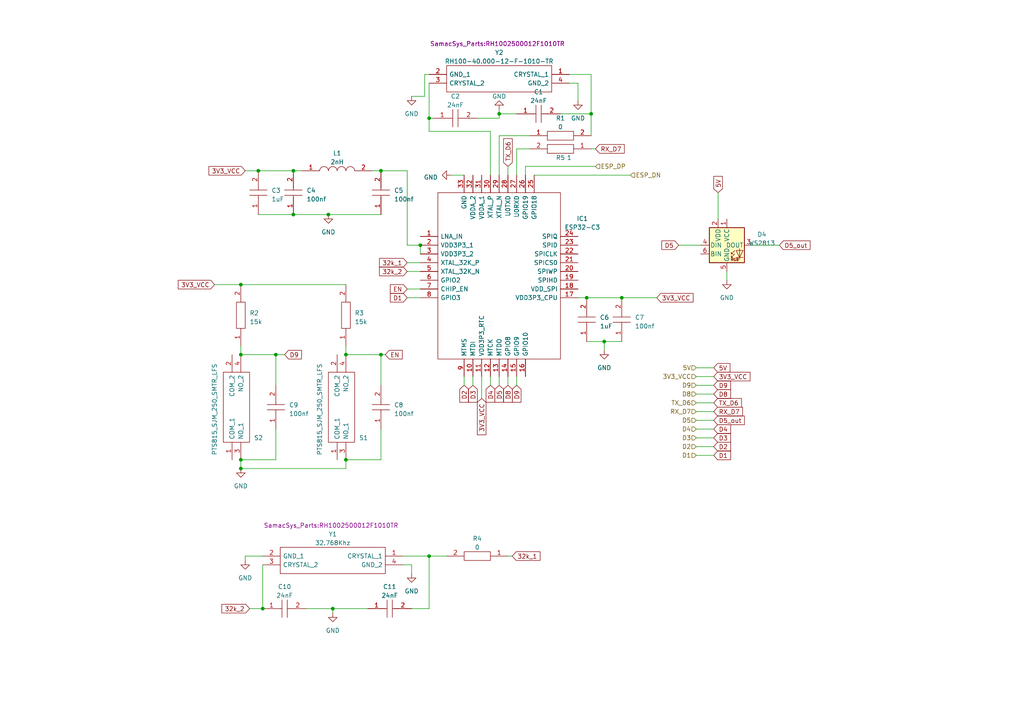
<source format=kicad_sch>
(kicad_sch (version 20230121) (generator eeschema)
  (paper "A4")
  (lib_symbols
    (symbol "LED:WS2813" (pin_names (offset 0.254))
      (property "Reference" "D" (at 5.08 5.715 0))
      (property "Value" "WS2813" (at 1.27 -5.715 0))
      (symbol "WS2813_0_0"
        (text "RGB" (at 2.286 -4.191 0) (effects (font (size 0.762 0.762))))
      )
      (symbol "WS2813_0_1"
        (polyline (pts (xy 1.27 -3.556) (xy 1.778 -3.556)))
        (polyline (pts (xy 1.27 -2.54) (xy 1.778 -2.54)))
        (polyline (pts (xy 4.699 -3.556) (xy 2.667 -3.556)))
        (polyline (pts (xy 2.286 -2.54) (xy 1.27 -3.556) (xy 1.27 -3.048)))
        (polyline (pts (xy 2.286 -1.524) (xy 1.27 -2.54) (xy 1.27 -2.032)))
        (polyline (pts (xy 3.683 -1.016) (xy 3.683 -3.556) (xy 3.683 -4.064)))
        (polyline (pts (xy 4.699 -1.524) (xy 2.667 -1.524) (xy 3.683 -3.556) (xy 4.699 -1.524)))
        (rectangle (start 5.08 5.08) (end -5.08 -5.08) (stroke (width 0.254)) (fill (type background)))
      )
      (symbol "WS2813_1_1"
        (pin power_in line (at 0 7.62 270) (length 2.54) (name "VCC") (number "1"))
        (pin power_in line (at -2.54 7.62 270) (length 2.54) (name "VDD") (number "2"))
        (pin output line (at 7.62 0 180) (length 2.54) (name "DOUT") (number "3"))
        (pin input line (at -7.62 0 0) (length 2.54) (name "DIN") (number "4"))
        (pin power_in line (at 0 -7.62 90) (length 2.54) (name "GND") (number "5"))
        (pin input line (at -7.62 -2.54 0) (length 2.54) (name "BIN") (number "6"))
      )
    )
    (symbol "SamacSys_Parts:0402B102K500NT" (pin_names (offset 0.762))
      (property "Reference" "C" (at 8.89 6.35 0))
      (property "Value" "0402B102K500NT" (at 8.89 3.81 0))
      (symbol "0402B102K500NT_0_0"
        (pin passive line (at 0 0 0) (length 5.08) (name "~") (number "1"))
        (pin passive line (at 12.7 0 180) (length 5.08) (name "~") (number "2"))
      )
      (symbol "0402B102K500NT_0_1"
        (polyline (pts (xy 5.08 0) (xy 5.588 0)) (stroke (width 0.1524)))
        (polyline (pts (xy 5.588 2.54) (xy 5.588 -2.54)) (stroke (width 0.1524)))
        (polyline (pts (xy 7.112 0) (xy 7.62 0)) (stroke (width 0.1524)))
        (polyline (pts (xy 7.112 2.54) (xy 7.112 -2.54)) (stroke (width 0.1524)))
      )
    )
    (symbol "SamacSys_Parts:ESP32-C3" (pin_names (offset 0.762))
      (property "Reference" "IC" (at 41.91 17.78 0))
      (property "Value" "ESP32-C3" (at 41.91 15.24 0))
      (symbol "ESP32-C3_0_0"
        (pin passive line (at 0 0 0) (length 5.08) (name "LNA_IN") (number "1"))
        (pin passive line (at 15.24 -40.64 90) (length 5.08) (name "MTDI") (number "10"))
        (pin passive line (at 17.78 -40.64 90) (length 5.08) (name "VDD3P3_RTC") (number "11"))
        (pin passive line (at 20.32 -40.64 90) (length 5.08) (name "MTCK") (number "12"))
        (pin passive line (at 22.86 -40.64 90) (length 5.08) (name "MTDO") (number "13"))
        (pin passive line (at 25.4 -40.64 90) (length 5.08) (name "GPIO8") (number "14"))
        (pin passive line (at 27.94 -40.64 90) (length 5.08) (name "GPIO9") (number "15"))
        (pin passive line (at 30.48 -40.64 90) (length 5.08) (name "GPIO10") (number "16"))
        (pin passive line (at 45.72 -17.78 180) (length 5.08) (name "VDD3P3_CPU") (number "17"))
        (pin passive line (at 45.72 -15.24 180) (length 5.08) (name "VDD_SPI") (number "18"))
        (pin passive line (at 45.72 -12.7 180) (length 5.08) (name "SPIHD") (number "19"))
        (pin passive line (at 0 -2.54 0) (length 5.08) (name "VDD3P3_1") (number "2"))
        (pin passive line (at 45.72 -10.16 180) (length 5.08) (name "SPIWP") (number "20"))
        (pin passive line (at 45.72 -7.62 180) (length 5.08) (name "SPICS0") (number "21"))
        (pin passive line (at 45.72 -5.08 180) (length 5.08) (name "SPICLK") (number "22"))
        (pin passive line (at 45.72 -2.54 180) (length 5.08) (name "SPID") (number "23"))
        (pin passive line (at 45.72 0 180) (length 5.08) (name "SPIQ") (number "24"))
        (pin passive line (at 33.02 17.78 270) (length 5.08) (name "GPIO18") (number "25"))
        (pin passive line (at 30.48 17.78 270) (length 5.08) (name "GPIO19") (number "26"))
        (pin passive line (at 27.94 17.78 270) (length 5.08) (name "U0RXD") (number "27"))
        (pin passive line (at 25.4 17.78 270) (length 5.08) (name "U0TXD") (number "28"))
        (pin passive line (at 22.86 17.78 270) (length 5.08) (name "XTAL_N") (number "29"))
        (pin passive line (at 0 -5.08 0) (length 5.08) (name "VDD3P3_2") (number "3"))
        (pin passive line (at 20.32 17.78 270) (length 5.08) (name "XTAL_P") (number "30"))
        (pin passive line (at 17.78 17.78 270) (length 5.08) (name "VDDA_1") (number "31"))
        (pin passive line (at 15.24 17.78 270) (length 5.08) (name "VDDA_2") (number "32"))
        (pin passive line (at 12.7 17.78 270) (length 5.08) (name "GND") (number "33"))
        (pin passive line (at 0 -7.62 0) (length 5.08) (name "XTAL_32K_P") (number "4"))
        (pin passive line (at 0 -10.16 0) (length 5.08) (name "XTAL_32K_N") (number "5"))
        (pin passive line (at 0 -12.7 0) (length 5.08) (name "GPIO2") (number "6"))
        (pin passive line (at 0 -15.24 0) (length 5.08) (name "CHIP_EN") (number "7"))
        (pin passive line (at 0 -17.78 0) (length 5.08) (name "GPIO3") (number "8"))
        (pin passive line (at 12.7 -40.64 90) (length 5.08) (name "MTMS") (number "9"))
      )
      (symbol "ESP32-C3_0_1"
        (polyline (pts (xy 5.08 12.7) (xy 40.64 12.7) (xy 40.64 -35.56) (xy 5.08 -35.56) (xy 5.08 12.7)) (stroke (width 0.1524)))
      )
    )
    (symbol "SamacSys_Parts:LQG15HN2N0S02D" (pin_names (offset 0.762))
      (property "Reference" "L" (at 16.51 6.35 0))
      (property "Value" "LQG15HN2N0S02D" (at 16.51 3.81 0))
      (symbol "LQG15HN2N0S02D_0_0"
        (pin passive line (at 0 0 0) (length 5.08) (name "~") (number "1"))
        (pin passive line (at 20.32 0 180) (length 5.08) (name "~") (number "2"))
      )
      (symbol "LQG15HN2N0S02D_0_1"
        (arc (start 7.62 0) (mid 6.35 1.2202) (end 5.08 0) (stroke (width 0.1524)))
        (arc (start 10.16 0) (mid 8.89 1.2202) (end 7.62 0) (stroke (width 0.1524)))
        (arc (start 12.7 0) (mid 11.43 1.2202) (end 10.16 0) (stroke (width 0.1524)))
        (arc (start 15.24 0) (mid 13.97 1.2202) (end 12.7 0) (stroke (width 0.1524)))
      )
    )
    (symbol "SamacSys_Parts:PTS815_SJM_250_SMTR_LFS" (pin_names (offset 0.762))
      (property "Reference" "S" (at 26.67 7.62 0))
      (property "Value" "PTS815_SJM_250_SMTR_LFS" (at 26.67 5.08 0))
      (symbol "PTS815_SJM_250_SMTR_LFS_0_0"
        (pin passive line (at 0 0 0) (length 5.08) (name "COM_1") (number "1"))
        (pin passive line (at 30.48 0 180) (length 5.08) (name "COM_2") (number "2"))
        (pin passive line (at 0 -2.54 0) (length 5.08) (name "NO_1") (number "3"))
        (pin passive line (at 30.48 -2.54 180) (length 5.08) (name "NO_2") (number "4"))
      )
      (symbol "PTS815_SJM_250_SMTR_LFS_0_1"
        (polyline (pts (xy 5.08 2.54) (xy 25.4 2.54) (xy 25.4 -5.08) (xy 5.08 -5.08) (xy 5.08 2.54)) (stroke (width 0.1524)))
      )
    )
    (symbol "SamacSys_Parts:RH100-25.000-12-F-1010-TR" (pin_names (offset 0.762))
      (property "Reference" "Y" (at 36.83 7.62 0))
      (property "Value" "RH100-25.000-12-F-1010-TR" (at 36.83 5.08 0))
      (symbol "RH100-25.000-12-F-1010-TR_0_0"
        (pin passive line (at 0 -2.54 0) (length 5.08) (name "CRYSTAL_1") (number "1"))
        (pin passive line (at 40.64 -2.54 180) (length 5.08) (name "GND_1") (number "2"))
        (pin passive line (at 40.64 0 180) (length 5.08) (name "CRYSTAL_2") (number "3"))
        (pin passive line (at 0 0 0) (length 5.08) (name "GND_2") (number "4"))
      )
      (symbol "RH100-25.000-12-F-1010-TR_0_1"
        (polyline (pts (xy 5.08 2.54) (xy 35.56 2.54) (xy 35.56 -5.08) (xy 5.08 -5.08) (xy 5.08 2.54)) (stroke (width 0.1524)))
      )
    )
    (symbol "SamacSys_Parts:RMCF0603ZT0R00" (pin_names (offset 0.762))
      (property "Reference" "R" (at 13.97 6.35 0))
      (property "Value" "RMCF0603ZT0R00" (at 13.97 3.81 0))
      (symbol "RMCF0603ZT0R00_0_0"
        (pin passive line (at 0 0 0) (length 5.08) (name "~") (number "1"))
        (pin passive line (at 17.78 0 180) (length 5.08) (name "~") (number "2"))
      )
      (symbol "RMCF0603ZT0R00_0_1"
        (polyline (pts (xy 5.08 1.27) (xy 12.7 1.27) (xy 12.7 -1.27) (xy 5.08 -1.27) (xy 5.08 1.27)) (stroke (width 0.1524)))
      )
    )
    (symbol "power:GND" (power) (pin_names (offset 0))
      (property "Value" "GND" (at 0 -3.81 0))
      (symbol "GND_0_1"
        (polyline (pts (xy 0 0) (xy 0 -1.27) (xy 1.27 -1.27) (xy 0 -2.54) (xy -1.27 -1.27) (xy 0 -1.27)))
      )
      (symbol "GND_1_1"
        (pin power_in line (at 0 0 270) (length 0) hide (name "GND") (number "1"))
      )
    )
  )
  (junction (at 69.85 135.89))
  (junction (at 121.92 71.12))
  (junction (at 100.33 133.35))
  (junction (at 124.46 161.29))
  (junction (at 74.93 49.53))
  (junction (at 180.34 86.36))
  (junction (at 110.49 102.87))
  (junction (at 171.45 33.02))
  (junction (at 95.25 62.23))
  (junction (at 110.49 49.53))
  (junction (at 69.85 82.55))
  (junction (at 175.26 99.06))
  (junction (at 96.52 176.53))
  (junction (at 100.33 102.87))
  (junction (at 170.18 86.36))
  (junction (at 80.01 102.87))
  (junction (at 69.85 102.87))
  (junction (at 69.85 133.35))
  (junction (at 144.78 33.02))
  (junction (at 124.46 34.29))
  (junction (at 85.09 62.23))
  (junction (at 76.2 176.53))
  (junction (at 85.09 49.53))
  (wire (pts (xy 123.19 27.94) (xy 119.38 27.94)))
  (wire (pts (xy 118.11 49.53) (xy 118.11 71.12)))
  (wire (pts (xy 124.46 24.13) (xy 124.46 34.29)))
  (wire (pts (xy 201.93 114.3) (xy 207.01 114.3)))
  (wire (pts (xy 218.44 71.12) (xy 226.06 71.12)))
  (wire (pts (xy 201.93 111.76) (xy 207.01 111.76)))
  (wire (pts (xy 110.49 49.53) (xy 118.11 49.53)))
  (wire (pts (xy 142.24 109.22) (xy 142.24 111.76)))
  (wire (pts (xy 80.01 102.87) (xy 82.55 102.87)))
  (wire (pts (xy 118.11 78.74) (xy 121.92 78.74)))
  (wire (pts (xy 149.86 43.18) (xy 149.86 50.8)))
  (wire (pts (xy 144.78 39.37) (xy 153.67 39.37)))
  (wire (pts (xy 69.85 100.33) (xy 69.85 102.87)))
  (wire (pts (xy 171.45 43.18) (xy 172.72 43.18)))
  (wire (pts (xy 152.4 50.8) (xy 152.4 48.26)))
  (wire (pts (xy 62.23 82.55) (xy 69.85 82.55)))
  (wire (pts (xy 149.86 43.18) (xy 153.67 43.18)))
  (wire (pts (xy 88.9 176.53) (xy 96.52 176.53)))
  (wire (pts (xy 175.26 99.06) (xy 180.34 99.06)))
  (wire (pts (xy 124.46 161.29) (xy 124.46 176.53)))
  (wire (pts (xy 95.25 62.23) (xy 110.49 62.23)))
  (wire (pts (xy 201.93 129.54) (xy 207.01 129.54)))
  (wire (pts (xy 85.09 62.23) (xy 95.25 62.23)))
  (wire (pts (xy 144.78 33.02) (xy 149.86 33.02)))
  (wire (pts (xy 138.43 34.29) (xy 144.78 34.29)))
  (wire (pts (xy 100.33 133.35) (xy 110.49 133.35)))
  (wire (pts (xy 85.09 49.53) (xy 87.63 49.53)))
  (wire (pts (xy 80.01 102.87) (xy 69.85 102.87)))
  (wire (pts (xy 134.62 109.22) (xy 134.62 111.76)))
  (wire (pts (xy 154.94 50.8) (xy 182.88 50.8)))
  (wire (pts (xy 210.82 78.74) (xy 210.82 81.28)))
  (wire (pts (xy 96.52 176.53) (xy 106.68 176.53)))
  (wire (pts (xy 170.18 99.06) (xy 175.26 99.06)))
  (wire (pts (xy 118.11 71.12) (xy 121.92 71.12)))
  (wire (pts (xy 201.93 116.84) (xy 207.01 116.84)))
  (wire (pts (xy 74.93 62.23) (xy 85.09 62.23)))
  (wire (pts (xy 162.56 33.02) (xy 171.45 33.02)))
  (wire (pts (xy 147.32 48.26) (xy 147.32 50.8)))
  (wire (pts (xy 196.85 71.12) (xy 203.2 71.12)))
  (wire (pts (xy 96.52 176.53) (xy 96.52 177.8)))
  (wire (pts (xy 80.01 133.35) (xy 69.85 133.35)))
  (wire (pts (xy 130.81 50.8) (xy 134.62 50.8)))
  (wire (pts (xy 74.93 49.53) (xy 85.09 49.53)))
  (wire (pts (xy 201.93 109.22) (xy 207.01 109.22)))
  (wire (pts (xy 201.93 121.92) (xy 207.01 121.92)))
  (wire (pts (xy 110.49 133.35) (xy 110.49 124.46)))
  (wire (pts (xy 124.46 176.53) (xy 119.38 176.53)))
  (wire (pts (xy 149.86 109.22) (xy 149.86 111.76)))
  (wire (pts (xy 69.85 135.89) (xy 100.33 135.89)))
  (wire (pts (xy 201.93 106.68) (xy 207.01 106.68)))
  (wire (pts (xy 175.26 99.06) (xy 175.26 101.6)))
  (wire (pts (xy 144.78 33.02) (xy 144.78 34.29)))
  (wire (pts (xy 170.18 86.36) (xy 180.34 86.36)))
  (wire (pts (xy 116.84 161.29) (xy 124.46 161.29)))
  (wire (pts (xy 107.95 49.53) (xy 110.49 49.53)))
  (wire (pts (xy 124.46 161.29) (xy 129.54 161.29)))
  (wire (pts (xy 80.01 111.76) (xy 80.01 102.87)))
  (wire (pts (xy 167.64 86.36) (xy 170.18 86.36)))
  (wire (pts (xy 119.38 166.37) (xy 119.38 163.83)))
  (wire (pts (xy 80.01 124.46) (xy 80.01 133.35)))
  (wire (pts (xy 76.2 163.83) (xy 76.2 176.53)))
  (wire (pts (xy 72.39 176.53) (xy 76.2 176.53)))
  (wire (pts (xy 71.12 161.29) (xy 71.12 162.56)))
  (wire (pts (xy 69.85 82.55) (xy 100.33 82.55)))
  (wire (pts (xy 110.49 111.76) (xy 110.49 102.87)))
  (wire (pts (xy 147.32 161.29) (xy 148.59 161.29)))
  (wire (pts (xy 118.11 83.82) (xy 121.92 83.82)))
  (wire (pts (xy 123.19 21.59) (xy 124.46 21.59)))
  (wire (pts (xy 119.38 163.83) (xy 116.84 163.83)))
  (wire (pts (xy 201.93 127) (xy 207.01 127)))
  (wire (pts (xy 171.45 33.02) (xy 171.45 39.37)))
  (wire (pts (xy 201.93 132.08) (xy 207.01 132.08)))
  (wire (pts (xy 110.49 102.87) (xy 111.76 102.87)))
  (wire (pts (xy 201.93 119.38) (xy 207.01 119.38)))
  (wire (pts (xy 208.28 55.88) (xy 208.28 63.5)))
  (wire (pts (xy 147.32 109.22) (xy 147.32 111.76)))
  (wire (pts (xy 142.24 38.1) (xy 142.24 50.8)))
  (wire (pts (xy 100.33 133.35) (xy 100.33 135.89)))
  (wire (pts (xy 118.11 86.36) (xy 121.92 86.36)))
  (wire (pts (xy 144.78 39.37) (xy 144.78 50.8)))
  (wire (pts (xy 110.49 102.87) (xy 100.33 102.87)))
  (wire (pts (xy 139.7 109.22) (xy 139.7 115.57)))
  (wire (pts (xy 144.78 31.75) (xy 144.78 33.02)))
  (wire (pts (xy 201.93 124.46) (xy 207.01 124.46)))
  (wire (pts (xy 71.12 49.53) (xy 74.93 49.53)))
  (wire (pts (xy 118.11 76.2) (xy 121.92 76.2)))
  (wire (pts (xy 71.12 161.29) (xy 76.2 161.29)))
  (wire (pts (xy 165.1 21.59) (xy 171.45 21.59)))
  (wire (pts (xy 165.1 24.13) (xy 167.64 24.13)))
  (wire (pts (xy 144.78 109.22) (xy 144.78 111.76)))
  (wire (pts (xy 100.33 100.33) (xy 100.33 102.87)))
  (wire (pts (xy 152.4 48.26) (xy 172.72 48.26)))
  (wire (pts (xy 167.64 24.13) (xy 167.64 29.21)))
  (wire (pts (xy 124.46 34.29) (xy 124.46 38.1)))
  (wire (pts (xy 69.85 133.35) (xy 69.85 135.89)))
  (wire (pts (xy 124.46 38.1) (xy 142.24 38.1)))
  (wire (pts (xy 123.19 21.59) (xy 123.19 27.94)))
  (wire (pts (xy 171.45 21.59) (xy 171.45 33.02)))
  (wire (pts (xy 124.46 34.29) (xy 125.73 34.29)))
  (wire (pts (xy 137.16 109.22) (xy 137.16 111.76)))
  (wire (pts (xy 121.92 71.12) (xy 121.92 73.66)))
  (wire (pts (xy 180.34 86.36) (xy 190.5 86.36)))
  (global_label "TX_D6" (shape input) (at 207.01 116.84 0) (property "Intersheetrefs" "${INTERSHEET_REFS}" (effects hide)))
  (global_label "D1" (shape input) (at 207.01 132.08 0) (property "Intersheetrefs" "${INTERSHEET_REFS}" (effects hide)))
  (global_label "EN" (shape input) (at 118.11 83.82 180) (property "Intersheetrefs" "${INTERSHEET_REFS}" (effects hide)))
  (global_label "D4" (shape input) (at 142.24 111.76 270) (property "Intersheetrefs" "${INTERSHEET_REFS}" (effects hide)))
  (global_label "D8" (shape input) (at 207.01 114.3 0) (property "Intersheetrefs" "${INTERSHEET_REFS}" (effects hide)))
  (global_label "D2" (shape input) (at 134.62 111.76 270) (property "Intersheetrefs" "${INTERSHEET_REFS}" (effects hide)))
  (global_label "5V" (shape input) (at 208.28 55.88 90) (property "Intersheetrefs" "${INTERSHEET_REFS}" (effects hide)))
  (global_label "32k_1" (shape input) (at 118.11 76.2 180) (property "Intersheetrefs" "${INTERSHEET_REFS}" (effects hide)))
  (global_label "D3" (shape input) (at 207.01 127 0) (property "Intersheetrefs" "${INTERSHEET_REFS}" (effects hide)))
  (global_label "3V3_VCC" (shape input) (at 139.7 115.57 270) (property "Intersheetrefs" "${INTERSHEET_REFS}" (effects hide)))
  (global_label "D1" (shape input) (at 118.11 86.36 180) (property "Intersheetrefs" "${INTERSHEET_REFS}" (effects hide)))
  (global_label "D9" (shape input) (at 149.86 111.76 270) (property "Intersheetrefs" "${INTERSHEET_REFS}" (effects hide)))
  (global_label "D8" (shape input) (at 147.32 111.76 270) (property "Intersheetrefs" "${INTERSHEET_REFS}" (effects hide)))
  (global_label "EN" (shape input) (at 111.76 102.87 0) (property "Intersheetrefs" "${INTERSHEET_REFS}" (effects hide)))
  (global_label "D5" (shape input) (at 144.78 111.76 270) (property "Intersheetrefs" "${INTERSHEET_REFS}" (effects hide)))
  (global_label "D5" (shape input) (at 196.85 71.12 180) (property "Intersheetrefs" "${INTERSHEET_REFS}" (effects hide)))
  (global_label "5V" (shape input) (at 207.01 106.68 0) (property "Intersheetrefs" "${INTERSHEET_REFS}" (effects hide)))
  (global_label "3V3_VCC" (shape input) (at 62.23 82.55 180) (property "Intersheetrefs" "${INTERSHEET_REFS}" (effects hide)))
  (global_label "TX_D6" (shape input) (at 147.32 48.26 90) (property "Intersheetrefs" "${INTERSHEET_REFS}" (effects hide)))
  (global_label "32k_1" (shape input) (at 148.59 161.29 0) (property "Intersheetrefs" "${INTERSHEET_REFS}" (effects hide)))
  (global_label "3V3_VCC" (shape input) (at 71.12 49.53 180) (property "Intersheetrefs" "${INTERSHEET_REFS}" (effects hide)))
  (global_label "32k_2" (shape input) (at 72.39 176.53 180) (property "Intersheetrefs" "${INTERSHEET_REFS}" (effects hide)))
  (global_label "RX_D7" (shape input) (at 172.72 43.18 0) (property "Intersheetrefs" "${INTERSHEET_REFS}" (effects hide)))
  (global_label "D5_out" (shape input) (at 226.06 71.12 0) (property "Intersheetrefs" "${INTERSHEET_REFS}" (effects hide)))
  (global_label "D2" (shape input) (at 207.01 129.54 0) (property "Intersheetrefs" "${INTERSHEET_REFS}" (effects hide)))
  (global_label "RX_D7" (shape input) (at 207.01 119.38 0) (property "Intersheetrefs" "${INTERSHEET_REFS}" (effects hide)))
  (global_label "D9" (shape input) (at 207.01 111.76 0) (property "Intersheetrefs" "${INTERSHEET_REFS}" (effects hide)))
  (global_label "3V3_VCC" (shape input) (at 190.5 86.36 0) (property "Intersheetrefs" "${INTERSHEET_REFS}" (effects hide)))
  (global_label "D4" (shape input) (at 207.01 124.46 0) (property "Intersheetrefs" "${INTERSHEET_REFS}" (effects hide)))
  (global_label "32k_2" (shape input) (at 118.11 78.74 180) (property "Intersheetrefs" "${INTERSHEET_REFS}" (effects hide)))
  (global_label "D9" (shape input) (at 82.55 102.87 0) (property "Intersheetrefs" "${INTERSHEET_REFS}" (effects hide)))
  (global_label "3V3_VCC" (shape input) (at 207.01 109.22 0) (property "Intersheetrefs" "${INTERSHEET_REFS}" (effects hide)))
  (global_label "D3" (shape input) (at 137.16 111.76 270) (property "Intersheetrefs" "${INTERSHEET_REFS}" (effects hide)))
  (global_label "D5_out" (shape input) (at 207.01 121.92 0) (property "Intersheetrefs" "${INTERSHEET_REFS}" (effects hide)))
  (hierarchical_label "5V" (shape input) (at 201.93 106.68 180))
  (hierarchical_label "ESP_DP" (shape input) (at 172.72 48.26 0) (property "Intersheetrefs" "${INTERSHEET_REFS}" (effects hide)))
  (hierarchical_label "D5" (shape input) (at 201.93 121.92 180) (property "Intersheetrefs" "${INTERSHEET_REFS}" (effects hide)))
  (hierarchical_label "D1" (shape input) (at 201.93 132.08 180) (property "Intersheetrefs" "${INTERSHEET_REFS}" (effects hide)))
  (hierarchical_label "3V3_VCC" (shape input) (at 201.93 109.22 180))
  (hierarchical_label "D4" (shape input) (at 201.93 124.46 180) (property "Intersheetrefs" "${INTERSHEET_REFS}" (effects hide)))
  (hierarchical_label "RX_D7" (shape input) (at 201.93 119.38 180) (property "Intersheetrefs" "${INTERSHEET_REFS}" (effects hide)))
  (hierarchical_label "ESP_DN" (shape input) (at 182.88 50.8 0) (property "Intersheetrefs" "${INTERSHEET_REFS}" (effects hide)))
  (hierarchical_label "D2" (shape input) (at 201.93 129.54 180) (property "Intersheetrefs" "${INTERSHEET_REFS}" (effects hide)))
  (hierarchical_label "D8" (shape input) (at 201.93 114.3 180) (property "Intersheetrefs" "${INTERSHEET_REFS}" (effects hide)))
  (hierarchical_label "D9" (shape input) (at 201.93 111.76 180) (property "Intersheetrefs" "${INTERSHEET_REFS}" (effects hide)))
  (hierarchical_label "D3" (shape input) (at 201.93 127 180) (property "Intersheetrefs" "${INTERSHEET_REFS}" (effects hide)))
  (hierarchical_label "TX_D6" (shape input) (at 201.93 116.84 180) (property "Intersheetrefs" "${INTERSHEET_REFS}" (effects hide)))
  (symbol (lib_id "power:GND") (at 69.85 135.89 0) (unit 1)
    (property "Reference" "#PWR010" (effects hide))
    (property "Value" "GND" (at 69.85 140.97 0))
  )
  (symbol (lib_id "LED:WS2813") (at 210.82 71.12 0) (unit 1)
    (property "Reference" "D4" (at 220.98 67.9959 0))
    (property "Value" "WS2813" (at 220.98 70.5359 0))
    (property "Footprint" "LED_SMD:LED_WS2812_PLCC6_5.0x5.0mm_P1.6mm" (effects hide))
    (property "Datasheet" "http://www.normandled.com/upload/201605/WS2813%20LED%20Datasheet.pdf" (effects hide))
  )
  (symbol (lib_id "SamacSys_Parts:0402B102K500NT") (at 74.93 62.23 90) (unit 1)
    (property "Reference" "C3" (at 78.74 55.245 90) (effects (justify right)))
    (property "Value" "1uF" (at 78.74 57.785 90) (effects (justify right)))
    (property "Footprint" "Capacitor_SMD:C_0603_1608Metric_Pad1.08x0.95mm_HandSolder" (effects hide))
    (property "Datasheet" "https://mm.digikey.com/Volume0/opasdata/d220001/medias/docus/609/CL10A105KA8NNNC_Spec.pdf" (effects hide))
    (property "Description" "CAP CER 1UF 25V X5R 0603" (effects hide))
    (property "Height" "0.55" (effects hide))
    (property "Manufacturer_Name" "YAGEO" (effects hide))
    (property "Manufacturer_Part_Number" "CL10A105KA8NNNC" (effects hide))
    (property "Mouser Part Number" "1276-1102-1-ND" (effects hide))
    (property "Digi-Key_PN" "1276-1102-1-ND" (effects hide))
  )
  (symbol (lib_id "SamacSys_Parts:0402B102K500NT") (at 106.68 176.53 0) (unit 1)
    (property "Reference" "C11" (at 113.03 170.18 0))
    (property "Value" "24nF" (at 113.03 172.72 0))
    (property "Footprint" "SamacSys_Parts:CAPC1005X55N" (effects hide))
    (property "Datasheet" "https://www.yageo.com/upload/media/product/productsearch/datasheet/mlcc/UPY-GP_NP0_16V-to-50V_18.pdf" (effects hide))
    (property "Description" "Multilayer Ceramic Capacitors MLCC - SMD/SMT 24nF 50V 0402 RoHS" (effects hide))
    (property "Height" "0.55" (effects hide))
    (property "Manufacturer_Name" "YAGEO" (effects hide))
    (property "Manufacturer_Part_Number" "0402B102K500NT" (effects hide))
    (property "Mouser Part Number" "CC0402JRNPO9BN240" (effects hide))
    (property "Digi-Key_PN" "CC0402JRNPO9BN240" (effects hide))
  )
  (symbol (lib_id "power:GND") (at 119.38 166.37 0) (unit 1)
    (property "Reference" "#PWR012" (effects hide))
    (property "Value" "GND" (at 119.38 171.45 0))
  )
  (symbol (lib_id "power:GND") (at 210.82 81.28 0) (unit 1)
    (property "Reference" "#PWR04" (effects hide))
    (property "Value" "GND" (at 210.82 86.36 0))
  )
  (symbol (lib_id "SamacSys_Parts:RMCF0603ZT0R00") (at 171.45 43.18 180) (unit 1)
    (property "Reference" "R5" (at 162.56 45.72 0))
    (property "Value" "1" (at 165.1 45.72 0))
    (property "Footprint" "RESC1608X55N" (effects hide))
    (property "Description" "RES, 0603, Jumper" (effects hide))
    (property "Height" "0.55" (effects hide))
    (property "Arrow Part Number" "RMCF0603ZT0R00" (effects hide))
    (property "Arrow Price/Stock" "https://www.arrow.com/en/products/rmcf0603zt0r00/stackpole-electronics?region=nac" (effects hide))
  )
  (symbol (lib_id "power:GND") (at 71.12 162.56 0) (unit 1)
    (property "Reference" "#PWR013" (effects hide))
    (property "Value" "GND" (at 71.12 167.64 0))
  )
  (symbol (lib_id "SamacSys_Parts:RMCF0603ZT0R00") (at 69.85 100.33 90) (unit 1)
    (property "Reference" "R2" (at 72.39 90.805 90) (effects (justify right)))
    (property "Value" "15k" (at 72.39 93.345 90) (effects (justify right)))
    (property "Footprint" "RESC1608X55N" (effects hide))
    (property "Description" "RES, 0603, Jumper" (effects hide))
    (property "Height" "0.55" (effects hide))
    (property "Arrow Part Number" "RMCF0603ZT0R00" (effects hide))
    (property "Arrow Price/Stock" "https://www.arrow.com/en/products/rmcf0603zt0r00/stackpole-electronics?region=nac" (effects hide))
  )
  (symbol (lib_id "SamacSys_Parts:PTS815_SJM_250_SMTR_LFS") (at 97.79 133.35 90) (unit 1)
    (property "Reference" "S1" (at 104.14 127 90) (effects (justify right)))
    (property "Value" "PTS815_SJM_250_SMTR_LFS" (at 92.71 105.41 0) (effects (justify right)))
    (property "Footprint" "PTS815SJM250SMTRLFS" (effects hide))
    (property "Datasheet" "https://componentsearchengine.com/Datasheets/1/PTS815 SJM 250 SMTR LFS.pdf" (effects hide))
    (property "Description" "Tactile Switches Tact Switch, 12 VDC, 50 mA, 4.2x3.2, 2.5mm H, 180gf, J leads" (effects hide))
    (property "Height" "2.7" (effects hide))
    (property "Manufacturer_Name" "C & K COMPONENTS" (effects hide))
    (property "Manufacturer_Part_Number" "PTS815 SJM 250 SMTR LFS" (effects hide))
    (property "Mouser Part Number" "611-PTS815SJM250SMTR" (effects hide))
    (property "Mouser Price/Stock" "https://www.mouser.co.uk/ProductDetail/CK/PTS815-SJM-250-SMTR-LFS?qs=ahcBuItHZ3xKWmfV%2F2E6bA%3D%3D" (effects hide))
    (property "Arrow Part Number" "PTS815 SJM 250 SMTR LFS" (effects hide))
    (property "Arrow Price/Stock" "https://www.arrow.com/en/products/pts815-sjm-250-smtr-lfs/ck" (effects hide))
    (property "Digi-Key_PN" "611-PTS815SJM250SMTR" (effects hide))
  )
  (symbol (lib_id "power:GND") (at 119.38 27.94 0) (unit 1)
    (property "Reference" "#PWR06" (effects hide))
    (property "Value" "GND" (at 119.38 33.02 0))
  )
  (symbol (lib_id "SamacSys_Parts:0402B102K500NT") (at 85.09 62.23 90) (unit 1)
    (property "Reference" "C4" (at 88.9 55.245 90) (effects (justify right)))
    (property "Value" "100nf" (at 88.9 57.785 90) (effects (justify right)))
    (property "Footprint" "Capacitor_SMD:C_0603_1608Metric_Pad1.08x0.95mm_HandSolder" (effects hide))
    (property "Height" "0.55" (effects hide))
  )
  (symbol (lib_id "SamacSys_Parts:RH100-25.000-12-F-1010-TR") (at 116.84 163.83 180) (unit 1)
    (property "Reference" "Y1" (at 96.52 154.94 0))
    (property "Value" "32.768Khz" (at 96.52 157.48 0))
    (property "Footprint" "SamacSys_Parts:RH1002500012F1010TR" (at 115.57 152.4 0) (effects (justify left)))
    (property "Datasheet" "https://www.raltron.com/webproducts/specs/CLOCK_OSCILLATOR/COM1305-0.032768-EXT-T-TR.pdf" (effects hide))
    (property "Description" "XTAL OSC XO 32.7680KHZ CMOS SMD" (effects hide))
    (property "Height" "0.71" (effects hide))
    (property "Manufacturer_Name" "RALTRON" (effects hide))
    (property "Manufacturer_Part_Number" "COM1305-0.032768-EXT-T-TR" (effects hide))
  )
  (symbol (lib_id "power:GND") (at 144.78 31.75 180) (unit 1)
    (property "Reference" "#PWR07" (effects hide))
    (property "Value" "GND" (at 144.78 27.94 0))
  )
  (symbol (lib_id "SamacSys_Parts:RMCF0603ZT0R00") (at 147.32 161.29 180) (unit 1)
    (property "Reference" "R4" (at 138.43 156.21 0))
    (property "Value" "0" (at 138.43 158.75 0))
    (property "Footprint" "RESC1608X55N" (effects hide))
    (property "Datasheet" "https://www.seielect.com/Catalog/SEI-RMCF_RMCP.pdf" (effects hide))
    (property "Description" "RES, 0603, Jumper" (effects hide))
    (property "Height" "0.55" (effects hide))
    (property "Manufacturer_Name" "Stackpole Electronics, Inc." (effects hide))
    (property "Manufacturer_Part_Number" "RMCF0603ZT0R00" (effects hide))
    (property "Mouser Part Number" "708-RMCF0603ZT0R00" (effects hide))
    (property "Mouser Price/Stock" "https://www.mouser.co.uk/ProductDetail/SEI-Stackpole/RMCF0603ZT0R00?qs=FESYatJ8odLJgZb1WGmvgw%3D%3D" (effects hide))
    (property "Arrow Part Number" "RMCF0603ZT0R00" (effects hide))
    (property "Arrow Price/Stock" "https://www.arrow.com/en/products/rmcf0603zt0r00/stackpole-electronics?region=nac" (effects hide))
    (property "Digi-Key_PN" "708-RMCF0603ZT0R00" (effects hide))
  )
  (symbol (lib_id "SamacSys_Parts:ESP32-C3") (at 121.92 68.58 0) (unit 1)
    (property "Reference" "IC1" (at 168.91 63.3983 0))
    (property "Value" "ESP32-C3" (at 168.91 65.9383 0))
    (property "Footprint" "QFN50P500X500X90-33N-D" (effects hide))
    (property "Datasheet" "https://www.espressif.com/sites/default/files/documentation/esp32-c3_datasheet_en.pdf" (effects hide))
    (property "Description" "Ultra-Low-Power SoC with RISC-V Single-Core CPU" (effects hide))
    (property "Height" "0.9" (effects hide))
    (property "Manufacturer_Name" "Espressif Systems" (effects hide))
    (property "Manufacturer_Part_Number" "ESP32-C3" (effects hide))
    (property "Mouser Part Number" "356-ESP32-C3" (effects hide))
    (property "Mouser Price/Stock" "https://www.mouser.co.uk/ProductDetail/Espressif-Systems/ESP32-C3?qs=iLbezkQI%252BsiMXe7tMG%252Bo%2FA%3D%3D" (effects hide))
    (property "Digi-Key_PN" "356-ESP32-C3" (effects hide))
  )
  (symbol (lib_id "power:GND") (at 96.52 177.8 0) (unit 1)
    (property "Reference" "#PWR011" (effects hide))
    (property "Value" "GND" (at 96.52 182.88 0))
  )
  (symbol (lib_id "SamacSys_Parts:0402B102K500NT") (at 180.34 99.06 90) (unit 1)
    (property "Reference" "C7" (at 184.15 92.075 90) (effects (justify right)))
    (property "Value" "100nf" (at 184.15 94.615 90) (effects (justify right)))
    (property "Footprint" "Capacitor_SMD:C_0603_1608Metric_Pad1.08x0.95mm_HandSolder" (effects hide))
    (property "Height" "0.55" (effects hide))
  )
  (symbol (lib_id "SamacSys_Parts:RMCF0603ZT0R00") (at 153.67 39.37 0) (unit 1)
    (property "Reference" "R1" (at 162.56 34.29 0))
    (property "Value" "0" (at 162.56 36.83 0))
    (property "Footprint" "RESC1608X55N" (effects hide))
    (property "Datasheet" "https://www.seielect.com/Catalog/SEI-RMCF_RMCP.pdf" (effects hide))
    (property "Description" "RES, 0603, Jumper" (effects hide))
    (property "Height" "0.55" (effects hide))
    (property "Manufacturer_Name" "Stackpole Electronics, Inc." (effects hide))
    (property "Manufacturer_Part_Number" "RMCF0603ZT0R00" (effects hide))
    (property "Mouser Part Number" "708-RMCF0603ZT0R00" (effects hide))
    (property "Mouser Price/Stock" "https://www.mouser.co.uk/ProductDetail/SEI-Stackpole/RMCF0603ZT0R00?qs=FESYatJ8odLJgZb1WGmvgw%3D%3D" (effects hide))
    (property "Arrow Part Number" "RMCF0603ZT0R00" (effects hide))
    (property "Arrow Price/Stock" "https://www.arrow.com/en/products/rmcf0603zt0r00/stackpole-electronics?region=nac" (effects hide))
    (property "Digi-Key_PN" "708-RMCF0603ZT0R00" (effects hide))
  )
  (symbol (lib_id "SamacSys_Parts:0402B102K500NT") (at 149.86 33.02 0) (unit 1)
    (property "Reference" "C1" (at 156.21 26.67 0))
    (property "Value" "24nF" (at 156.21 29.21 0))
    (property "Footprint" "SamacSys_Parts:CAPC1005X55N" (effects hide))
    (property "Datasheet" "https://www.yageo.com/upload/media/product/productsearch/datasheet/mlcc/UPY-GP_NP0_16V-to-50V_18.pdf" (effects hide))
    (property "Description" "Multilayer Ceramic Capacitors MLCC - SMD/SMT 24nF 50V 0402 RoHS" (effects hide))
    (property "Height" "0.55" (effects hide))
    (property "Manufacturer_Name" "YAGEO" (effects hide))
    (property "Manufacturer_Part_Number" "0402B102K500NT" (effects hide))
    (property "Mouser Part Number" "CC0402JRNPO9BN240" (effects hide))
    (property "Digi-Key_PN" "CC0402JRNPO9BN240" (effects hide))
  )
  (symbol (lib_id "SamacSys_Parts:PTS815_SJM_250_SMTR_LFS") (at 67.31 133.35 90) (unit 1)
    (property "Reference" "S2" (at 73.66 127 90) (effects (justify right)))
    (property "Value" "PTS815_SJM_250_SMTR_LFS" (at 62.23 105.41 0) (effects (justify right)))
    (property "Footprint" "PTS815SJM250SMTRLFS" (effects hide))
    (property "Datasheet" "https://componentsearchengine.com/Datasheets/1/PTS815 SJM 250 SMTR LFS.pdf" (effects hide))
    (property "Description" "Tactile Switches Tact Switch, 12 VDC, 50 mA, 4.2x3.2, 2.5mm H, 180gf, J leads" (effects hide))
    (property "Height" "2.7" (effects hide))
    (property "Manufacturer_Name" "C & K COMPONENTS" (effects hide))
    (property "Manufacturer_Part_Number" "PTS815 SJM 250 SMTR LFS" (effects hide))
    (property "Mouser Part Number" "611-PTS815SJM250SMTR" (effects hide))
    (property "Mouser Price/Stock" "https://www.mouser.co.uk/ProductDetail/CK/PTS815-SJM-250-SMTR-LFS?qs=ahcBuItHZ3xKWmfV%2F2E6bA%3D%3D" (effects hide))
    (property "Arrow Part Number" "PTS815 SJM 250 SMTR LFS" (effects hide))
    (property "Arrow Price/Stock" "https://www.arrow.com/en/products/pts815-sjm-250-smtr-lfs/ck" (effects hide))
    (property "Digi-Key_PN" "611-PTS815SJM250SMTR" (effects hide))
  )
  (symbol (lib_id "SamacSys_Parts:0402B102K500NT") (at 76.2 176.53 0) (unit 1)
    (property "Reference" "C10" (at 82.55 170.18 0))
    (property "Value" "24nF" (at 82.55 172.72 0))
    (property "Footprint" "SamacSys_Parts:CAPC1005X55N" (effects hide))
    (property "Datasheet" "https://www.yageo.com/upload/media/product/productsearch/datasheet/mlcc/UPY-GP_NP0_16V-to-50V_18.pdf" (effects hide))
    (property "Description" "Multilayer Ceramic Capacitors MLCC - SMD/SMT 24nF 50V 0402 RoHS" (effects hide))
    (property "Height" "0.55" (effects hide))
    (property "Manufacturer_Name" "YAGEO" (effects hide))
    (property "Manufacturer_Part_Number" "0402B102K500NT" (effects hide))
    (property "Mouser Part Number" "CC0402JRNPO9BN240" (effects hide))
    (property "Digi-Key_PN" "CC0402JRNPO9BN240" (effects hide))
  )
  (symbol (lib_id "SamacSys_Parts:LQG15HN2N0S02D") (at 87.63 49.53 0) (unit 1)
    (property "Reference" "L1" (at 97.79 44.45 0))
    (property "Value" "2nH" (at 97.79 46.99 0))
    (property "Footprint" "LQG15WH0N7B02D" (effects hide))
    (property "Datasheet" "https://psearch.en.murata.com/inductor/product/LQG15HN2N0S02%23.html" (effects hide))
    (property "Description" "Murata LQG15 Series Wire-wound SMD Inductor 0.002 uH +/-0.3nH 300mA Idc" (effects hide))
    (property "Height" "0.55" (effects hide))
    (property "Manufacturer_Name" "Murata Electronics" (effects hide))
    (property "Manufacturer_Part_Number" "LQG15HN2N0S02D" (effects hide))
    (property "Mouser Part Number" "81-LQG15HN2N0S02D" (effects hide))
    (property "Mouser Price/Stock" "https://www.mouser.co.uk/ProductDetail/Murata-Electronics/LQG15HN2N0S02D?qs=D6nJNGf6Ppd8NlF79c5cfQ%3D%3D" (effects hide))
    (property "Arrow Part Number" "LQG15HN2N0S02D" (effects hide))
    (property "Arrow Price/Stock" "https://www.arrow.com/en/products/lqg15hn2n0s02d/murata-manufacturing?region=nac" (effects hide))
    (property "Digi-Key_PN" "81-LQG15HN2N0S02D" (effects hide))
  )
  (symbol (lib_id "SamacSys_Parts:0402B102K500NT") (at 80.01 124.46 90) (unit 1)
    (property "Reference" "C9" (at 83.82 117.475 90) (effects (justify right)))
    (property "Value" "100nf" (at 83.82 120.015 90) (effects (justify right)))
    (property "Footprint" "Capacitor_SMD:C_0603_1608Metric_Pad1.08x0.95mm_HandSolder" (effects hide))
    (property "Height" "0.55" (effects hide))
  )
  (symbol (lib_id "SamacSys_Parts:0402B102K500NT") (at 170.18 99.06 90) (unit 1)
    (property "Reference" "C6" (at 173.99 92.075 90) (effects (justify right)))
    (property "Value" "1uF" (at 173.99 94.615 90) (effects (justify right)))
    (property "Footprint" "Capacitor_SMD:C_0603_1608Metric_Pad1.08x0.95mm_HandSolder" (effects hide))
    (property "Datasheet" "https://mm.digikey.com/Volume0/opasdata/d220001/medias/docus/609/CL10A105KA8NNNC_Spec.pdf" (effects hide))
    (property "Description" "CAP CER 1UF 25V X5R 0603" (effects hide))
    (property "Height" "0.55" (effects hide))
    (property "Manufacturer_Name" "YAGEO" (effects hide))
    (property "Manufacturer_Part_Number" "CL10A105KA8NNNC" (effects hide))
    (property "Mouser Part Number" "1276-1102-1-ND" (effects hide))
    (property "Digi-Key_PN" "1276-1102-1-ND" (effects hide))
  )
  (symbol (lib_id "SamacSys_Parts:0402B102K500NT") (at 110.49 62.23 90) (unit 1)
    (property "Reference" "C5" (at 114.3 55.245 90) (effects (justify right)))
    (property "Value" "100nf" (at 114.3 57.785 90) (effects (justify right)))
    (property "Footprint" "Capacitor_SMD:C_0603_1608Metric_Pad1.08x0.95mm_HandSolder" (effects hide))
    (property "Height" "0.55" (effects hide))
  )
  (symbol (lib_id "power:GND") (at 167.64 29.21 0) (unit 1)
    (property "Reference" "#PWR05" (effects hide))
    (property "Value" "GND" (at 167.64 34.29 0))
  )
  (symbol (lib_id "power:GND") (at 175.26 101.6 0) (unit 1)
    (property "Reference" "#PWR09" (effects hide))
    (property "Value" "GND" (at 175.26 106.68 0))
  )
  (symbol (lib_id "power:GND") (at 130.81 50.8 270) (unit 1)
    (property "Reference" "#PWR01" (effects hide))
    (property "Value" "GND" (at 127 51.435 90) (effects (justify right)))
  )
  (symbol (lib_id "SamacSys_Parts:RH100-25.000-12-F-1010-TR") (at 165.1 24.13 180) (unit 1)
    (property "Reference" "Y2" (at 144.78 15.24 0))
    (property "Value" "RH100-40.000-12-F-1010-TR" (at 144.78 17.78 0))
    (property "Footprint" "SamacSys_Parts:RH1002500012F1010TR" (at 163.83 12.7 0) (effects (justify left)))
    (property "Datasheet" "https://octopart.com/datasheet/rh100-40.000-12-f-1010-tr-raltron+electronics-103172230" (effects hide))
    (property "Description" "Crystal 40MHz +/-10ppm (Tol) +/-10ppm (Stability) 12pF FUND 60Ohm" (effects hide))
    (property "Height" "0.71" (effects hide))
    (property "Manufacturer_Name" "RALTRON" (effects hide))
    (property "Manufacturer_Part_Number" "RH100-40.000-12-F-1010-TR" (effects hide))
  )
  (symbol (lib_id "SamacSys_Parts:RMCF0603ZT0R00") (at 100.33 100.33 90) (unit 1)
    (property "Reference" "R3" (at 102.87 90.805 90) (effects (justify right)))
    (property "Value" "15k" (at 102.87 93.345 90) (effects (justify right)))
    (property "Footprint" "RESC1608X55N" (effects hide))
    (property "Description" "RES, 0603, Jumper" (effects hide))
    (property "Height" "0.55" (effects hide))
    (property "Arrow Part Number" "RMCF0603ZT0R00" (effects hide))
    (property "Arrow Price/Stock" "https://www.arrow.com/en/products/rmcf0603zt0r00/stackpole-electronics?region=nac" (effects hide))
  )
  (symbol (lib_id "power:GND") (at 95.25 62.23 0) (unit 1)
    (property "Reference" "#PWR08" (effects hide))
    (property "Value" "GND" (at 95.25 67.31 0))
  )
  (symbol (lib_id "SamacSys_Parts:0402B102K500NT") (at 125.73 34.29 0) (unit 1)
    (property "Reference" "C2" (at 132.08 27.94 0))
    (property "Value" "24nF" (at 132.08 30.48 0))
    (property "Footprint" "SamacSys_Parts:CAPC1005X55N" (effects hide))
    (property "Datasheet" "https://www.yageo.com/upload/media/product/productsearch/datasheet/mlcc/UPY-GP_NP0_16V-to-50V_18.pdf" (effects hide))
    (property "Description" "Multilayer Ceramic Capacitors MLCC - SMD/SMT 24nF 50V 0402 RoHS" (effects hide))
    (property "Height" "0.55" (effects hide))
    (property "Manufacturer_Name" "YAGEO" (effects hide))
    (property "Manufacturer_Part_Number" "0402B102K500NT" (effects hide))
    (property "Mouser Part Number" "CC0402JRNPO9BN240" (effects hide))
    (property "Digi-Key_PN" "CC0402JRNPO9BN240" (effects hide))
  )
  (symbol (lib_id "SamacSys_Parts:0402B102K500NT") (at 110.49 124.46 90) (unit 1)
    (property "Reference" "C8" (at 114.3 117.475 90) (effects (justify right)))
    (property "Value" "100nf" (at 114.3 120.015 90) (effects (justify right)))
    (property "Footprint" "Capacitor_SMD:C_0603_1608Metric_Pad1.08x0.95mm_HandSolder" (effects hide))
    (property "Height" "0.55" (effects hide))
  )
)
</source>
